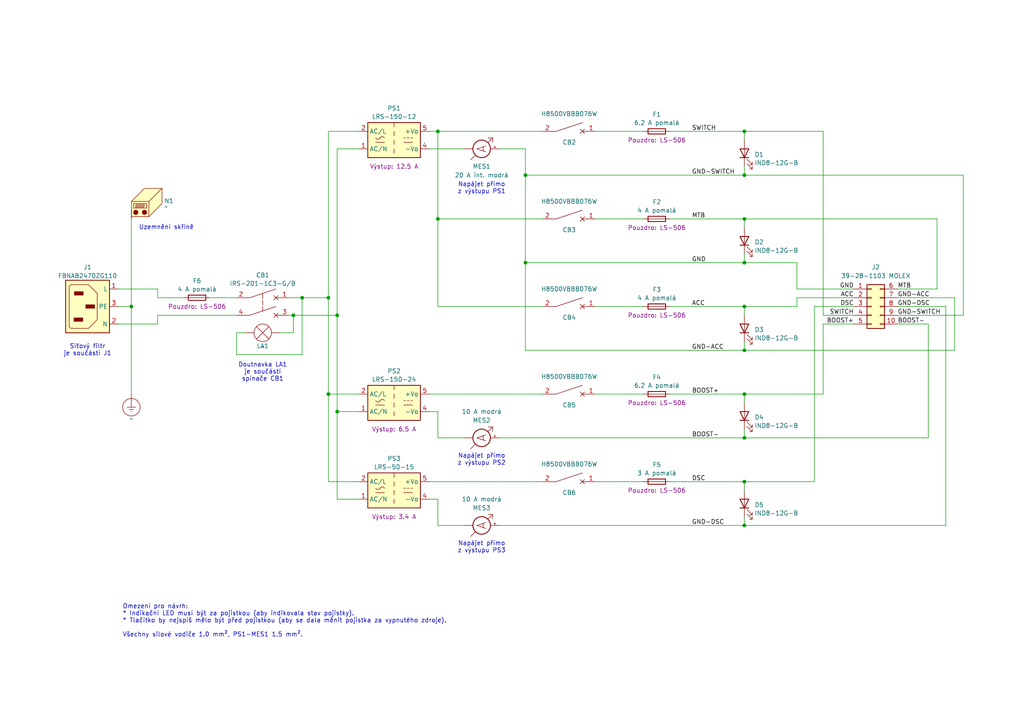
<source format=kicad_sch>
(kicad_sch (version 20250114) (generator "eeschema") (generator_version "9.0")
  (paper "A4")
  (title_block (title "Napájecí zdroj kolejišť JMH-25") (date "2025-03-28") (rev "1.1") (company "Jan Horáček, Miroslav Horáček") (comment 1 "Klub modelářů železnic Brno I, p. s.") (comment 2 "Laboratoř řízení kolejových vozidel MENDELU"))
  (lib_symbols
    (symbol "Connector:IEC_60320_C14_Receptacle"
      (property "Reference" "J" (at -5.842 8.636 0))
      (property "Value" "IEC_60320_C14_Receptacle" (at 0 -9.144 0))
      (symbol "IEC_60320_C14_Receptacle_1_1"
        (rectangle (start -6.35 7.62) (end 6.35 -7.62) (stroke (width 0.254)) (fill (type background)))
        (polyline (pts (xy -4.826 -6.35) (xy -5.334 -5.842) (xy -5.334 5.842) (xy -4.826 6.35) (xy 0.254 6.35) (xy 2.794 3.81) (xy 2.794 -3.81) (xy 0.254 -6.35) (xy -4.826 -6.35)) (fill (type background)))
        (rectangle (start -3.937 -3.302) (end -1.397 -4.318) (fill (type outline)))
        (rectangle (start -3.81 4.318) (end -1.27 3.302) (fill (type outline)))
        (rectangle (start -0.508 0.508) (end 2.032 -0.508) (fill (type outline)))
        (pin power_in line (at 8.89 5.08 180) (length 2.54) (name "L") (number "1"))
        (pin bidirectional line (at 8.89 0 180) (length 2.54) (name "PE") (number "3"))
        (pin power_in line (at 8.89 -5.08 180) (length 2.54) (name "N") (number "2"))
      )
    )
    (symbol "Connector_Generic:Conn_02x05_Top_Bottom" (pin_names (offset 1.016) (hide yes))
      (property "Reference" "J" (at 1.27 7.62 0))
      (property "Value" "Conn_02x05_Top_Bottom" (at 1.27 -7.62 0))
      (symbol "Conn_02x05_Top_Bottom_1_1"
        (rectangle (start -1.27 6.35) (end 3.81 -6.35) (stroke (width 0.254)) (fill (type background)))
        (rectangle (start -1.27 5.207) (end 0 4.953) (stroke (width 0.1524)))
        (rectangle (start -1.27 2.667) (end 0 2.413) (stroke (width 0.1524)))
        (rectangle (start -1.27 0.127) (end 0 -0.127) (stroke (width 0.1524)))
        (rectangle (start -1.27 -2.413) (end 0 -2.667) (stroke (width 0.1524)))
        (rectangle (start -1.27 -4.953) (end 0 -5.207) (stroke (width 0.1524)))
        (rectangle (start 3.81 5.207) (end 2.54 4.953) (stroke (width 0.1524)))
        (rectangle (start 3.81 2.667) (end 2.54 2.413) (stroke (width 0.1524)))
        (rectangle (start 3.81 0.127) (end 2.54 -0.127) (stroke (width 0.1524)))
        (rectangle (start 3.81 -2.413) (end 2.54 -2.667) (stroke (width 0.1524)))
        (rectangle (start 3.81 -4.953) (end 2.54 -5.207) (stroke (width 0.1524)))
        (pin passive line (at -5.08 5.08 0) (length 3.81) (name "Pin_1") (number "1"))
        (pin passive line (at -5.08 2.54 0) (length 3.81) (name "Pin_2") (number "2"))
        (pin passive line (at -5.08 0 0) (length 3.81) (name "Pin_3") (number "3"))
        (pin passive line (at -5.08 -2.54 0) (length 3.81) (name "Pin_4") (number "4"))
        (pin passive line (at -5.08 -5.08 0) (length 3.81) (name "Pin_5") (number "5"))
        (pin passive line (at 7.62 5.08 180) (length 3.81) (name "Pin_6") (number "6"))
        (pin passive line (at 7.62 2.54 180) (length 3.81) (name "Pin_7") (number "7"))
        (pin passive line (at 7.62 0 180) (length 3.81) (name "Pin_8") (number "8"))
        (pin passive line (at 7.62 -2.54 180) (length 3.81) (name "Pin_9") (number "9"))
        (pin passive line (at 7.62 -5.08 180) (length 3.81) (name "Pin_10") (number "10"))
      )
    )
    (symbol "Converter_ACDC:BAC05S05DC"
      (property "Reference" "PS" (at 0 6.35 0))
      (property "Value" "BAC05S05DC" (at 0 -6.35 0))
      (symbol "BAC05S05DC_0_1"
        (rectangle (start -7.62 5.08) (end 7.62 -5.08) (stroke (width 0.254)) (fill (type background)))
        (polyline (pts (xy -5.334 -0.635) (xy -2.794 -0.635)))
        (arc (start -4.064 0.635) (mid -4.699 0.2495) (end -5.334 0.635))
        (arc (start -4.064 0.635) (mid -3.429 1.0072) (end -2.794 0.635))
        (polyline (pts (xy 0 5.08) (xy 0 3.81)))
        (polyline (pts (xy 0 2.54) (xy 0 1.27)))
        (polyline (pts (xy 0 0) (xy 0 -1.27)))
        (polyline (pts (xy 0 -2.54) (xy 0 -3.81)))
        (polyline (pts (xy 2.794 0.635) (xy 3.302 0.635)))
        (polyline (pts (xy 2.794 -0.635) (xy 5.334 -0.635)))
        (polyline (pts (xy 3.81 0.635) (xy 4.318 0.635)))
        (polyline (pts (xy 4.826 0.635) (xy 5.334 0.635)))
      )
      (symbol "BAC05S05DC_1_1"
        (pin power_in line (at -10.16 2.54 0) (length 2.54) (name "AC/L") (number "2"))
        (pin power_in line (at -10.16 -2.54 0) (length 2.54) (name "AC/N") (number "1"))
        (pin no_connect line (at 7.62 0 180) (length 2.54) (hide yes) (name "NC") (number "3"))
        (pin power_out line (at 10.16 2.54 180) (length 2.54) (name "+Vo") (number "5"))
        (pin power_out line (at 10.16 -2.54 180) (length 2.54) (name "-Vo") (number "4"))
      )
    )
    (symbol "Device:Ammeter_DC" (pin_numbers (hide yes)) (pin_names (offset 0.0254) (hide yes))
      (property "Reference" "MES" (at -3.302 1.016 0))
      (property "Value" "Ammeter_DC" (at -3.302 -0.762 0))
      (symbol "Ammeter_DC_0_0"
        (polyline (pts (xy -3.175 -3.175) (xy -1.905 -1.905)))
        (polyline (pts (xy 1.905 3.175) (xy 3.175 3.175) (xy 3.175 1.905)))
        (polyline (pts (xy 1.905 1.905) (xy 3.175 3.175)))
        (text "A" (at 0 0 0) (effects (font (size 2.54 2.54))))
      )
      (symbol "Ammeter_DC_0_1"
        (circle (center 0 0) (radius 2.54) (stroke (width 0.254)))
        (polyline (pts (xy 0.254 3.81) (xy 0.762 3.81)))
        (polyline (pts (xy 0.508 4.064) (xy 0.508 3.556)))
      )
      (symbol "Ammeter_DC_1_1"
        (pin passive line (at 0 5.08 270) (length 2.54) (name "+") (number "2"))
        (pin passive line (at 0 -5.08 90) (length 2.54) (name "-") (number "1"))
      )
    )
    (symbol "Device:CircuitBreaker_1P"
      (property "Reference" "CB" (at 1.905 0 0))
      (property "Value" "CircuitBreaker_1P" (at 1.905 1.905 0))
      (symbol "CircuitBreaker_1P_0_1"
        (polyline (pts (xy 0 -3.81) (xy -2.54 3.81)))
        (polyline (pts (xy 0 -5.08) (xy 0 -3.81)))
      )
      (symbol "CircuitBreaker_1P_1_1"
        (polyline (pts (xy -0.635 4.445) (xy 0.635 3.175)))
        (polyline (pts (xy 0 5.08) (xy 0 3.81)))
        (polyline (pts (xy 0.635 4.445) (xy -0.635 3.175)))
        (pin passive line (at 0 7.62 270) (length 2.54) (name "~") (number "1"))
        (pin passive line (at 0 -7.62 90) (length 2.54) (name "~") (number "2"))
      )
    )
    (symbol "Device:CircuitBreaker_2P"
      (property "Reference" "CB" (at 3.81 0 0))
      (property "Value" "CircuitBreaker_2P" (at 3.81 2.54 0))
      (symbol "CircuitBreaker_2P_0_1"
        (polyline (pts (xy -3.81 0) (xy -2.286 0)))
        (polyline (pts (xy -2.54 -3.81) (xy -5.08 3.81)))
        (polyline (pts (xy -1.778 0) (xy -0.508 0)))
        (polyline (pts (xy 0 0) (xy 1.27 0)))
        (polyline (pts (xy 2.54 -3.81) (xy 0 3.81)))
        (polyline (pts (xy 2.54 -5.08) (xy 2.54 -3.81)))
      )
      (symbol "CircuitBreaker_2P_1_1"
        (polyline (pts (xy -3.175 4.445) (xy -1.905 3.175)))
        (polyline (pts (xy -2.54 5.08) (xy -2.54 3.81)))
        (polyline (pts (xy -2.54 -3.81) (xy -2.54 -5.08)))
        (polyline (pts (xy -1.905 4.445) (xy -3.175 3.175)))
        (polyline (pts (xy 1.905 4.445) (xy 3.175 3.175)))
        (polyline (pts (xy 2.54 5.08) (xy 2.54 3.81)))
        (polyline (pts (xy 3.175 4.445) (xy 1.905 3.175)))
        (pin passive line (at -2.54 7.62 270) (length 2.54) (name "~") (number "1"))
        (pin passive line (at -2.54 -7.62 90) (length 2.54) (name "~") (number "2"))
        (pin passive line (at 2.54 7.62 270) (length 2.54) (name "~") (number "3"))
        (pin passive line (at 2.54 -7.62 90) (length 2.54) (name "~") (number "4"))
      )
    )
    (symbol "Device:Fuse" (pin_numbers (hide yes)) (pin_names (offset 0))
      (property "Reference" "F" (at 2.032 0 90))
      (property "Value" "Fuse" (at -1.905 0 90))
      (symbol "Fuse_0_1"
        (rectangle (start -0.762 -2.54) (end 0.762 2.54) (stroke (width 0.254)))
        (polyline (pts (xy 0 2.54) (xy 0 -2.54)))
      )
      (symbol "Fuse_1_1"
        (pin passive line (at 0 3.81 270) (length 1.27) (name "~") (number "1"))
        (pin passive line (at 0 -3.81 90) (length 1.27) (name "~") (number "2"))
      )
    )
    (symbol "Device:LED" (pin_numbers (hide yes)) (pin_names (offset 1.016) (hide yes))
      (property "Reference" "D" (at 0 2.54 0))
      (property "Value" "LED" (at 0 -2.54 0))
      (symbol "LED_0_1"
        (polyline (pts (xy -3.048 -0.762) (xy -4.572 -2.286) (xy -3.81 -2.286) (xy -4.572 -2.286) (xy -4.572 -1.524)))
        (polyline (pts (xy -1.778 -0.762) (xy -3.302 -2.286) (xy -2.54 -2.286) (xy -3.302 -2.286) (xy -3.302 -1.524)))
        (polyline (pts (xy -1.27 0) (xy 1.27 0)))
        (polyline (pts (xy -1.27 -1.27) (xy -1.27 1.27)) (stroke (width 0.254)))
        (polyline (pts (xy 1.27 -1.27) (xy 1.27 1.27) (xy -1.27 0) (xy 1.27 -1.27)) (stroke (width 0.254)))
      )
      (symbol "LED_1_1"
        (pin passive line (at -3.81 0 0) (length 2.54) (name "K") (number "1"))
        (pin passive line (at 3.81 0 180) (length 2.54) (name "A") (number "2"))
      )
    )
    (symbol "Device:Lamp" (pin_numbers (hide yes)) (pin_names (offset 0.0254) (hide yes))
      (property "Reference" "LA" (at 0.635 3.81 0))
      (property "Value" "Lamp" (at 0.635 -3.81 0))
      (symbol "Lamp_0_1"
        (polyline (pts (xy -1.778 1.778) (xy 1.778 -1.778)))
        (circle (center 0 0) (radius 2.54))
        (polyline (pts (xy 1.778 1.778) (xy -1.778 -1.778)))
      )
      (symbol "Lamp_1_1"
        (pin passive line (at 0 5.08 270) (length 2.54) (name "+") (number "2"))
        (pin passive line (at 0 -5.08 90) (length 2.54) (name "-") (number "1"))
      )
    )
    (symbol "Mechanical:Housing_Pad" (pin_numbers (hide yes)) (pin_names (offset 1.016) (hide yes)) (exclude_from_sim yes)
      (property "Reference" "N" (at 4.445 0 0))
      (property "Value" "Housing_Pad" (at 4.445 -1.905 0))
      (symbol "Housing_Pad_0_1"
        (polyline (pts (xy -5.08 0) (xy 0 0) (xy 3.81 3.81)))
        (polyline (pts (xy -5.08 0) (xy -5.08 -4.445) (xy 0 -4.445) (xy 3.81 -0.635) (xy 3.81 3.81) (xy -1.27 3.81) (xy -5.08 0)) (fill (type background)))
        (rectangle (start -4.445 -0.635) (end -0.635 -1.905))
        (polyline (pts (xy -3.8862 -1.5748) (xy -3.8354 -1.3716)))
        (circle (center -3.81 -3.175) (radius 0.635) (fill (type outline)))
        (polyline (pts (xy -3.7846 -1.2192) (xy -3.7338 -0.9652)))
        (polyline (pts (xy -3.7846 -1.6764) (xy -3.429 -1.6764)))
        (polyline (pts (xy -3.683 -1.3208) (xy -3.3782 -1.3208)))
        (polyline (pts (xy -3.5814 -0.9144) (xy -3.2766 -0.9144)))
        (polyline (pts (xy -3.2766 -1.6256) (xy -3.2258 -1.3716)))
        (polyline (pts (xy -3.175 -1.2192) (xy -3.1242 -0.9652)))
        (polyline (pts (xy -2.9718 -1.5748) (xy -2.921 -1.3716)))
        (polyline (pts (xy -2.8702 -1.2192) (xy -2.8194 -0.9652)))
        (polyline (pts (xy -2.8702 -1.6764) (xy -2.5146 -1.6764)))
        (polyline (pts (xy -2.7686 -1.3208) (xy -2.4638 -1.3208)))
        (polyline (pts (xy -2.667 -0.9144) (xy -2.3622 -0.9144)))
        (polyline (pts (xy -2.3622 -1.6256) (xy -2.3114 -1.3716)))
        (polyline (pts (xy -2.2606 -1.2192) (xy -2.2098 -0.9652)))
        (polyline (pts (xy -2.0574 -1.5748) (xy -2.0066 -1.3716)))
        (polyline (pts (xy -1.9558 -1.2192) (xy -1.905 -0.9652)))
        (polyline (pts (xy -1.9558 -1.6764) (xy -1.6002 -1.6764)))
        (polyline (pts (xy -1.8542 -1.3208) (xy -1.5494 -1.3208)))
        (polyline (pts (xy -1.7526 -0.9144) (xy -1.4478 -0.9144)))
        (polyline (pts (xy -1.4478 -1.6256) (xy -1.397 -1.3716)))
        (polyline (pts (xy -1.3462 -1.2192) (xy -1.2954 -0.9652)))
        (circle (center -1.27 -3.175) (radius 0.635) (fill (type outline)))
        (polyline (pts (xy 0 0) (xy 0 -4.445)))
      )
      (symbol "Housing_Pad_1_1"
        (pin input line (at -5.08 -5.08 90) (length 2.54) (name "PAD") (number "1"))
      )
    )
    (symbol "power:Earth_Protective" (power) (pin_numbers (hide yes)) (pin_names (offset 0) (hide yes))
      (property "Value" "Earth_Protective" (at 0 -7.62 0))
      (symbol "Earth_Protective_0_1"
        (polyline (pts (xy -0.635 -4.445) (xy 0.635 -4.445)))
        (polyline (pts (xy -0.127 -5.08) (xy 0.127 -5.08)))
        (polyline (pts (xy 0 -3.81) (xy 0 0)))
        (circle (center 0 -3.81) (radius 2.54))
        (polyline (pts (xy 1.27 -3.81) (xy -1.27 -3.81)))
      )
      (symbol "Earth_Protective_1_1"
        (pin power_in line (at 0 0 270) (length 0) (name "~") (number "1"))
      )
    )
  )
  (text "Uzemnění skříně" (at 48.26 66.04 0) (effects (font (size 1.27 1.27))))
  (text "Doutnavka LA1\nje součástí\nspínače CB1" (at 76.2 107.95 0) (effects (font (size 1.27 1.27))))
  (text "Omezení pro návrh:\n* Indikační LED musí být za pojistkou (aby indikovala stav pojistky).\n* Tlačítko by nejspíš mělo být před pojistkou (aby se dala měnit pojistka za vypnutého zdroje).\n\nVšechny silové vodiče 1.0 mm², PS1-MES1 1.5 mm²." (at 35.56 175.26 0) (effects (font (size 1.27 1.27)) (justify left top)))
  (text "Napájet přímo\nz výstupu PS2" (at 139.7 133.35 0) (effects (font (size 1.27 1.27))))
  (text "Síťový filtr\nje součástí J1" (at 25.4 101.6 0) (effects (font (size 1.27 1.27))))
  (text "Napájet přímo\nz výstupu PS3" (at 139.7 158.75 0) (effects (font (size 1.27 1.27))))
  (text "Napájet přímo\nz výstupu PS1" (at 139.7 54.61 0) (effects (font (size 1.27 1.27))))
  (junction (at 85.09 91.44))
  (junction (at 215.9 88.9))
  (junction (at 152.4 76.2))
  (junction (at 152.4 50.8))
  (junction (at 215.9 50.8))
  (junction (at 215.9 127))
  (junction (at 215.9 101.6))
  (junction (at 95.25 86.36))
  (junction (at 215.9 152.4))
  (junction (at 95.25 114.3))
  (junction (at 215.9 114.3))
  (junction (at 127 38.1))
  (junction (at 215.9 76.2))
  (junction (at 38.1 88.9))
  (junction (at 215.9 63.5))
  (junction (at 97.79 91.44))
  (junction (at 87.63 86.36))
  (junction (at 97.79 119.38))
  (junction (at 215.9 38.1))
  (junction (at 127 63.5))
  (junction (at 215.9 139.7))
  (wire (pts (xy 97.79 43.18) (xy 104.14 43.18)))
  (wire (pts (xy 215.9 38.1) (xy 215.9 40.64)))
  (wire (pts (xy 127 63.5) (xy 127 88.9)))
  (wire (pts (xy 215.9 76.2) (xy 231.14 76.2)))
  (wire (pts (xy 231.14 86.36) (xy 247.65 86.36)))
  (wire (pts (xy 97.79 144.78) (xy 104.14 144.78)))
  (wire (pts (xy 124.46 38.1) (xy 127 38.1)))
  (wire (pts (xy 152.4 76.2) (xy 152.4 101.6)))
  (wire (pts (xy 215.9 50.8) (xy 279.4 50.8)))
  (wire (pts (xy 144.78 127) (xy 215.9 127)))
  (wire (pts (xy 172.72 114.3) (xy 186.69 114.3)))
  (wire (pts (xy 71.12 96.52) (xy 68.58 96.52)))
  (wire (pts (xy 231.14 83.82) (xy 247.65 83.82)))
  (wire (pts (xy 260.35 91.44) (xy 279.4 91.44)))
  (wire (pts (xy 236.22 88.9) (xy 247.65 88.9)))
  (wire (pts (xy 97.79 119.38) (xy 97.79 144.78)))
  (wire (pts (xy 45.72 91.44) (xy 45.72 93.98)))
  (wire (pts (xy 45.72 86.36) (xy 53.34 86.36)))
  (wire (pts (xy 95.25 38.1) (xy 104.14 38.1)))
  (wire (pts (xy 34.29 88.9) (xy 38.1 88.9)))
  (wire (pts (xy 194.31 139.7) (xy 215.9 139.7)))
  (wire (pts (xy 83.82 86.36) (xy 87.63 86.36)))
  (wire (pts (xy 215.9 124.46) (xy 215.9 127)))
  (wire (pts (xy 215.9 114.3) (xy 238.76 114.3)))
  (wire (pts (xy 152.4 50.8) (xy 152.4 76.2)))
  (wire (pts (xy 83.82 91.44) (xy 85.09 91.44)))
  (wire (pts (xy 97.79 119.38) (xy 104.14 119.38)))
  (wire (pts (xy 260.35 83.82) (xy 271.78 83.82)))
  (wire (pts (xy 144.78 43.18) (xy 152.4 43.18)))
  (wire (pts (xy 215.9 63.5) (xy 271.78 63.5)))
  (wire (pts (xy 97.79 91.44) (xy 97.79 43.18)))
  (wire (pts (xy 269.24 127) (xy 269.24 93.98)))
  (wire (pts (xy 34.29 83.82) (xy 45.72 83.82)))
  (wire (pts (xy 215.9 114.3) (xy 215.9 116.84)))
  (wire (pts (xy 260.35 86.36) (xy 276.86 86.36)))
  (wire (pts (xy 215.9 88.9) (xy 215.9 91.44)))
  (wire (pts (xy 172.72 139.7) (xy 186.69 139.7)))
  (wire (pts (xy 152.4 101.6) (xy 215.9 101.6)))
  (wire (pts (xy 172.72 88.9) (xy 186.69 88.9)))
  (wire (pts (xy 215.9 73.66) (xy 215.9 76.2)))
  (wire (pts (xy 172.72 38.1) (xy 186.69 38.1)))
  (wire (pts (xy 215.9 149.86) (xy 215.9 152.4)))
  (wire (pts (xy 215.9 139.7) (xy 215.9 142.24)))
  (wire (pts (xy 127 63.5) (xy 157.48 63.5)))
  (wire (pts (xy 274.32 152.4) (xy 274.32 88.9)))
  (wire (pts (xy 127 152.4) (xy 134.62 152.4)))
  (wire (pts (xy 172.72 63.5) (xy 186.69 63.5)))
  (wire (pts (xy 45.72 83.82) (xy 45.72 86.36)))
  (wire (pts (xy 38.1 63.5) (xy 38.1 88.9)))
  (wire (pts (xy 152.4 76.2) (xy 215.9 76.2)))
  (wire (pts (xy 95.25 139.7) (xy 104.14 139.7)))
  (wire (pts (xy 231.14 76.2) (xy 231.14 83.82)))
  (wire (pts (xy 276.86 101.6) (xy 276.86 86.36)))
  (wire (pts (xy 127 144.78) (xy 127 152.4)))
  (wire (pts (xy 238.76 114.3) (xy 238.76 93.98)))
  (wire (pts (xy 152.4 50.8) (xy 215.9 50.8)))
  (wire (pts (xy 124.46 139.7) (xy 157.48 139.7)))
  (wire (pts (xy 87.63 86.36) (xy 95.25 86.36)))
  (wire (pts (xy 95.25 38.1) (xy 95.25 86.36)))
  (wire (pts (xy 68.58 96.52) (xy 68.58 102.87)))
  (wire (pts (xy 60.96 86.36) (xy 68.58 86.36)))
  (wire (pts (xy 238.76 93.98) (xy 247.65 93.98)))
  (wire (pts (xy 215.9 127) (xy 269.24 127)))
  (wire (pts (xy 215.9 101.6) (xy 276.86 101.6)))
  (wire (pts (xy 260.35 88.9) (xy 274.32 88.9)))
  (wire (pts (xy 85.09 91.44) (xy 97.79 91.44)))
  (wire (pts (xy 238.76 38.1) (xy 238.76 91.44)))
  (wire (pts (xy 194.31 38.1) (xy 215.9 38.1)))
  (wire (pts (xy 215.9 99.06) (xy 215.9 101.6)))
  (wire (pts (xy 127 38.1) (xy 157.48 38.1)))
  (wire (pts (xy 124.46 144.78) (xy 127 144.78)))
  (wire (pts (xy 87.63 102.87) (xy 87.63 86.36)))
  (wire (pts (xy 124.46 43.18) (xy 134.62 43.18)))
  (wire (pts (xy 238.76 91.44) (xy 247.65 91.44)))
  (wire (pts (xy 127 38.1) (xy 127 63.5)))
  (wire (pts (xy 144.78 152.4) (xy 215.9 152.4)))
  (wire (pts (xy 68.58 102.87) (xy 87.63 102.87)))
  (wire (pts (xy 81.28 96.52) (xy 85.09 96.52)))
  (wire (pts (xy 38.1 88.9) (xy 38.1 114.3)))
  (wire (pts (xy 260.35 93.98) (xy 269.24 93.98)))
  (wire (pts (xy 127 119.38) (xy 127 127)))
  (wire (pts (xy 215.9 139.7) (xy 236.22 139.7)))
  (wire (pts (xy 279.4 50.8) (xy 279.4 91.44)))
  (wire (pts (xy 95.25 139.7) (xy 95.25 114.3)))
  (wire (pts (xy 194.31 114.3) (xy 215.9 114.3)))
  (wire (pts (xy 127 88.9) (xy 157.48 88.9)))
  (wire (pts (xy 215.9 152.4) (xy 274.32 152.4)))
  (wire (pts (xy 68.58 91.44) (xy 45.72 91.44)))
  (wire (pts (xy 215.9 88.9) (xy 231.14 88.9)))
  (wire (pts (xy 45.72 93.98) (xy 34.29 93.98)))
  (wire (pts (xy 215.9 63.5) (xy 215.9 66.04)))
  (wire (pts (xy 231.14 88.9) (xy 231.14 86.36)))
  (wire (pts (xy 152.4 43.18) (xy 152.4 50.8)))
  (wire (pts (xy 124.46 114.3) (xy 157.48 114.3)))
  (wire (pts (xy 271.78 63.5) (xy 271.78 83.82)))
  (wire (pts (xy 124.46 119.38) (xy 127 119.38)))
  (wire (pts (xy 95.25 86.36) (xy 95.25 114.3)))
  (wire (pts (xy 95.25 114.3) (xy 104.14 114.3)))
  (wire (pts (xy 215.9 48.26) (xy 215.9 50.8)))
  (wire (pts (xy 194.31 88.9) (xy 215.9 88.9)))
  (wire (pts (xy 127 127) (xy 134.62 127)))
  (wire (pts (xy 85.09 96.52) (xy 85.09 91.44)))
  (wire (pts (xy 194.31 63.5) (xy 215.9 63.5)))
  (wire (pts (xy 215.9 38.1) (xy 238.76 38.1)))
  (wire (pts (xy 236.22 139.7) (xy 236.22 88.9)))
  (wire (pts (xy 97.79 91.44) (xy 97.79 119.38)))
  (label "GND" (at 200.66 76.2 0))
  (label "GND-SWITCH" (at 260.35 91.44 0))
  (label "GND-ACC" (at 260.35 86.36 0))
  (label "SWITCH" (at 247.65 91.44 180))
  (label "MTB" (at 260.35 83.82 0))
  (label "ACC" (at 247.65 86.36 180))
  (label "GND-DSC" (at 200.66 152.4 0))
  (label "GND-SWITCH" (at 200.66 50.8 0))
  (label "DSC" (at 200.66 139.7 0))
  (label "MTB" (at 200.66 63.5 0))
  (label "DSC" (at 247.65 88.9 180))
  (label "BOOST+" (at 200.66 114.3 0))
  (label "ACC" (at 200.66 88.9 0))
  (label "GND-ACC" (at 200.66 101.6 0))
  (label "GND-DSC" (at 260.35 88.9 0))
  (label "SWITCH" (at 200.66 38.1 0))
  (label "BOOST-" (at 200.66 127 0))
  (label "GND" (at 247.65 83.82 180))
  (label "BOOST-" (at 260.35 93.98 0))
  (label "BOOST+" (at 247.65 93.98 180))
  (symbol (lib_id "Device:LED") (at 215.9 95.25 90) (unit 1)
    (property "Reference" "D3" (at 218.821 95.6253 90) (effects (justify right)))
    (property "Value" "IND8-12G-B" (at 218.821 98.0496 90) (effects (justify right)))
    (property "Description" "Light emitting diode" (effects (hide yes)))
    (property "Sim.Pins" "1=K 2=A" (effects (hide yes)))
  )
  (symbol (lib_id "Mechanical:Housing_Pad") (at 43.18 58.42 0) (unit 1)
    (property "Reference" "N1" (at 47.625 58.2683 0) (effects (justify left)))
    (property "Value" "~" (at 47.625 59.9497 0) (effects (justify left)))
    (property "Description" "Housing with connection pin" (effects (hide yes)))
  )
  (symbol (lib_id "Device:Fuse") (at 190.5 114.3 90) (unit 1)
    (property "Reference" "F4" (at 190.5 109.3935 90))
    (property "Value" "6.2 A pomalá" (at 190.5 111.8178 90))
    (property "Description" "Fuse" (effects (hide yes)))
    (property "Pouzdro" "LS-506" (at 190.5 116.84 90) (show_name yes))
  )
  (symbol (lib_id "Connector_Generic:Conn_02x05_Top_Bottom") (at 252.73 88.9 0) (unit 1)
    (property "Reference" "J2" (at 254 77.47 0))
    (property "Value" "39-28-1103 MOLEX" (at 254 80.01 0))
    (property "Description" "Generic connector, double row, 02x05, top/bottom pin numbering scheme (row 1: 1...pins_per_row, row2: pins_per_row+1 ... num_pins), script generated (kicad-library-utils/schlib/autogen/connector/)" (effects (hide yes)))
  )
  (symbol (lib_id "Device:CircuitBreaker_1P") (at 165.1 139.7 270) (unit 1)
    (property "Reference" "CB6" (at 165.1 142.8665 90))
    (property "Value" "H8500VBBB076W" (at 165.1 134.62 90))
    (property "Description" "Single pole circuit breaker" (effects (hide yes)))
  )
  (symbol (lib_id "Device:Fuse") (at 190.5 63.5 90) (unit 1)
    (property "Reference" "F2" (at 190.5 58.5935 90))
    (property "Value" "4 A pomalá" (at 190.5 61.0178 90))
    (property "Description" "Fuse" (effects (hide yes)))
    (property "Pouzdro" "LS-506" (at 190.5 66.04 90) (show_name yes))
  )
  (symbol (lib_id "Device:Fuse") (at 57.15 86.36 90) (unit 1)
    (property "Reference" "F6" (at 57.15 81.4535 90))
    (property "Value" "4 A pomalá" (at 57.15 83.8778 90))
    (property "Description" "Fuse" (effects (hide yes)))
    (property "Pouzdro" "LS-506" (at 57.15 88.9 90) (show_name yes))
  )
  (symbol (lib_id "Device:CircuitBreaker_1P") (at 165.1 38.1 270) (unit 1)
    (property "Reference" "CB2" (at 165.1 41.2665 90))
    (property "Value" "H8500VBBB076W" (at 165.1 33.02 90))
    (property "Description" "Single pole circuit breaker" (effects (hide yes)))
  )
  (symbol (lib_id "Device:LED") (at 215.9 120.65 90) (unit 1)
    (property "Reference" "D4" (at 218.821 121.0253 90) (effects (justify right)))
    (property "Value" "IND8-12G-B" (at 218.821 123.4496 90) (effects (justify right)))
    (property "Description" "Light emitting diode" (effects (hide yes)))
    (property "Sim.Pins" "1=K 2=A" (effects (hide yes)))
  )
  (symbol (lib_id "Device:Fuse") (at 190.5 88.9 90) (unit 1)
    (property "Reference" "F3" (at 190.5 83.9935 90))
    (property "Value" "4 A pomalá" (at 190.5 86.4178 90))
    (property "Description" "Fuse" (effects (hide yes)))
    (property "Pouzdro" "LS-506" (at 190.5 91.44 90) (show_name yes))
  )
  (symbol (lib_id "Device:LED") (at 215.9 44.45 90) (unit 1)
    (property "Reference" "D1" (at 218.821 44.8253 90) (effects (justify right)))
    (property "Value" "IND8-12G-B" (at 218.821 47.2496 90) (effects (justify right)))
    (property "Description" "Light emitting diode" (effects (hide yes)))
    (property "Sim.Pins" "1=K 2=A" (effects (hide yes)))
  )
  (symbol (lib_id "Device:CircuitBreaker_2P") (at 76.2 88.9 270) (unit 1)
    (property "Reference" "CB1" (at 76.2 79.8025 90))
    (property "Value" "IRS-201-1C3-G/B" (at 76.2 82.2268 90))
    (property "Description" "Double pole circuit breaker" (effects (hide yes)))
  )
  (symbol (lib_id "Converter_ACDC:BAC05S05DC") (at 114.3 116.84 0) (unit 1)
    (property "Reference" "PS2" (at 114.3 107.6155 0))
    (property "Value" "LRS-150-24" (at 114.3 110.0398 0))
    (property "Footprint" "Converter_ACDC:Converter_ACDC_Murata_BAC05SxxDC_THT" (effects (hide yes)))
    (property "Datasheet" "https://www.murata.com/products/productdata/8809982558238/KAC-BAC05.pdf" (effects (hide yes)))
    (property "Description" "5V, 1A, 5W, Isolated, AC-DC" (effects (hide yes)))
    (property "Výstup" "6.5 A" (at 114.3 124.46 0) (show_name yes))
  )
  (symbol (lib_id "Device:CircuitBreaker_1P") (at 165.1 63.5 270) (unit 1)
    (property "Reference" "CB3" (at 165.1 66.6665 90))
    (property "Value" "H8500VBBB076W" (at 165.1 58.42 90))
    (property "Description" "Single pole circuit breaker" (effects (hide yes)))
  )
  (symbol (lib_id "Device:Ammeter_DC") (at 139.7 127 270) (mirror x) (unit 1)
    (property "Reference" "MES2" (at 139.7 121.92 90))
    (property "Value" "10 A modrá" (at 139.7 119.38 90))
    (property "Description" "DC ammeter" (effects (hide yes)))
  )
  (symbol (lib_id "Device:Lamp") (at 76.2 96.52 270) (mirror x) (unit 1)
    (property "Reference" "LA1" (at 76.2 100.33 90))
    (property "Value" "~" (at 76.2 100.6532 90))
    (property "Description" "Lamp" (effects (hide yes)))
  )
  (symbol (lib_id "power:Earth_Protective") (at 38.1 114.3 0) (unit 1)
    (property "Reference" "#PWR01" (effects (hide yes)))
    (property "Value" "~" (at 38.1 121.5002 0))
    (property "Description" "Power symbol creates a global label with name \"Earth_Protective\"" (effects (hide yes)))
  )
  (symbol (lib_id "Connector:IEC_60320_C14_Receptacle") (at 25.4 88.9 0) (unit 1)
    (property "Reference" "J1" (at 25.4 77.47 0))
    (property "Value" "FBNAB2470ZG110" (at 25.4 80.01 0))
    (property "Description" "C14 Plug, 10A max" (effects (hide yes)))
  )
  (symbol (lib_id "Converter_ACDC:BAC05S05DC") (at 114.3 40.64 0) (unit 1)
    (property "Reference" "PS1" (at 114.3 31.4155 0))
    (property "Value" "LRS-150-12" (at 114.3 33.8398 0))
    (property "Footprint" "Converter_ACDC:Converter_ACDC_Murata_BAC05SxxDC_THT" (effects (hide yes)))
    (property "Datasheet" "https://www.murata.com/products/productdata/8809982558238/KAC-BAC05.pdf" (effects (hide yes)))
    (property "Description" "5V, 1A, 5W, Isolated, AC-DC" (effects (hide yes)))
    (property "Výstup" "12.5 A" (at 114.3 48.26 0) (show_name yes))
  )
  (symbol (lib_id "Device:Ammeter_DC") (at 139.7 43.18 270) (mirror x) (unit 1)
    (property "Reference" "MES1" (at 139.7 48.26 90))
    (property "Value" "20 A int. modrá" (at 139.7 50.8 90))
    (property "Description" "DC ammeter" (effects (hide yes)))
  )
  (symbol (lib_id "Device:CircuitBreaker_1P") (at 165.1 114.3 270) (unit 1)
    (property "Reference" "CB5" (at 165.1 117.4665 90))
    (property "Value" "H8500VBBB076W" (at 165.1 109.22 90))
    (property "Description" "Single pole circuit breaker" (effects (hide yes)))
  )
  (symbol (lib_id "Device:Ammeter_DC") (at 139.7 152.4 270) (mirror x) (unit 1)
    (property "Reference" "MES3" (at 139.7 147.32 90))
    (property "Value" "10 A modrá" (at 139.7 144.78 90))
    (property "Description" "DC ammeter" (effects (hide yes)))
  )
  (symbol (lib_id "Converter_ACDC:BAC05S05DC") (at 114.3 142.24 0) (unit 1)
    (property "Reference" "PS3" (at 114.3 133.0155 0))
    (property "Value" "LRS-50-15" (at 114.3 135.4398 0))
    (property "Footprint" "Converter_ACDC:Converter_ACDC_Murata_BAC05SxxDC_THT" (effects (hide yes)))
    (property "Datasheet" "https://www.murata.com/products/productdata/8809982558238/KAC-BAC05.pdf" (effects (hide yes)))
    (property "Description" "5V, 1A, 5W, Isolated, AC-DC" (effects (hide yes)))
    (property "Výstup" "3.4 A" (at 114.3 149.86 0) (show_name yes))
  )
  (symbol (lib_id "Device:Fuse") (at 190.5 38.1 90) (unit 1)
    (property "Reference" "F1" (at 190.5 33.1935 90))
    (property "Value" "6.2 A pomalá" (at 190.5 35.6178 90))
    (property "Description" "Fuse" (effects (hide yes)))
    (property "Pouzdro" "LS-506" (at 190.5 40.64 90) (show_name yes))
  )
  (symbol (lib_id "Device:LED") (at 215.9 69.85 90) (unit 1)
    (property "Reference" "D2" (at 218.821 70.2253 90) (effects (justify right)))
    (property "Value" "IND8-12G-B" (at 218.821 72.6496 90) (effects (justify right)))
    (property "Description" "Light emitting diode" (effects (hide yes)))
    (property "Sim.Pins" "1=K 2=A" (effects (hide yes)))
  )
  (symbol (lib_id "Device:CircuitBreaker_1P") (at 165.1 88.9 270) (unit 1)
    (property "Reference" "CB4" (at 165.1 92.0665 90))
    (property "Value" "H8500VBBB076W" (at 165.1 83.82 90))
    (property "Description" "Single pole circuit breaker" (effects (hide yes)))
  )
  (symbol (lib_id "Device:LED") (at 215.9 146.05 90) (unit 1)
    (property "Reference" "D5" (at 218.821 146.4253 90) (effects (justify right)))
    (property "Value" "IND8-12G-B" (at 218.821 148.8496 90) (effects (justify right)))
    (property "Description" "Light emitting diode" (effects (hide yes)))
    (property "Sim.Pins" "1=K 2=A" (effects (hide yes)))
  )
  (symbol (lib_id "Device:Fuse") (at 190.5 139.7 90) (unit 1)
    (property "Reference" "F5" (at 190.5 134.7935 90))
    (property "Value" "3 A pomalá" (at 190.5 137.2178 90))
    (property "Description" "Fuse" (effects (hide yes)))
    (property "Pouzdro" "LS-506" (at 190.5 142.24 90) (show_name yes))
  )
)
</source>
